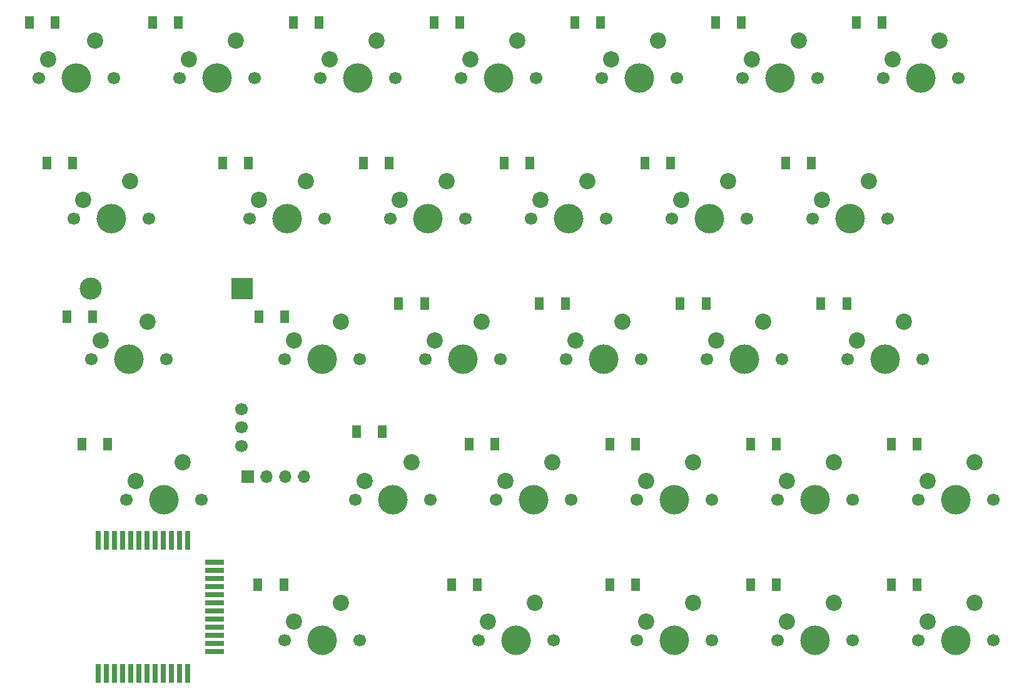
<source format=gbs>
G04 #@! TF.FileFunction,Soldermask,Bot*
%FSLAX46Y46*%
G04 Gerber Fmt 4.6, Leading zero omitted, Abs format (unit mm)*
G04 Created by KiCad (PCBNEW 4.0.7) date Monday, 23 April 2018 'AMt' 04:38:12*
%MOMM*%
%LPD*%
G01*
G04 APERTURE LIST*
%ADD10C,0.100000*%
%ADD11C,2.200000*%
%ADD12C,4.000000*%
%ADD13C,1.700000*%
%ADD14R,1.300000X1.700000*%
%ADD15R,1.700000X1.700000*%
%ADD16O,1.700000X1.700000*%
%ADD17R,2.500000X0.800000*%
%ADD18R,0.800000X2.500000*%
%ADD19C,3.000000*%
%ADD20R,3.000000X3.000000*%
G04 APERTURE END LIST*
D10*
D11*
X147637500Y-21431250D03*
X141287500Y-23971250D03*
D12*
X145097500Y-26511250D03*
D13*
X140017500Y-26511250D03*
X150177500Y-26511250D03*
D11*
X45243750Y-78581250D03*
X38893750Y-81121250D03*
D12*
X42703750Y-83661250D03*
D13*
X37623750Y-83661250D03*
X47783750Y-83661250D03*
D11*
X66675000Y-59531250D03*
X60325000Y-62071250D03*
D12*
X64135000Y-64611250D03*
D13*
X59055000Y-64611250D03*
X69215000Y-64611250D03*
D11*
X38100000Y-40481250D03*
X31750000Y-43021250D03*
D12*
X35560000Y-45561250D03*
D13*
X30480000Y-45561250D03*
X40640000Y-45561250D03*
D11*
X66675000Y-97631250D03*
X60325000Y-100171250D03*
D12*
X64135000Y-102711250D03*
D13*
X59055000Y-102711250D03*
X69215000Y-102711250D03*
D14*
X24443750Y-19050000D03*
X27943750Y-19050000D03*
X26825000Y-38100000D03*
X30325000Y-38100000D03*
X29550000Y-58900000D03*
X33050000Y-58900000D03*
X31587500Y-76200000D03*
X35087500Y-76200000D03*
X41112500Y-19050000D03*
X44612500Y-19050000D03*
X50637500Y-38100000D03*
X54137500Y-38100000D03*
X55550000Y-58900000D03*
X59050000Y-58900000D03*
X68750000Y-74500000D03*
X72250000Y-74500000D03*
X55400000Y-95250000D03*
X58900000Y-95250000D03*
X60162500Y-19050000D03*
X63662500Y-19050000D03*
X69687500Y-38100000D03*
X73187500Y-38100000D03*
X74450000Y-57150000D03*
X77950000Y-57150000D03*
X83975000Y-76200000D03*
X87475000Y-76200000D03*
X81593750Y-95250000D03*
X85093750Y-95250000D03*
X79212500Y-19050000D03*
X82712500Y-19050000D03*
X88737500Y-38100000D03*
X92237500Y-38100000D03*
X93500000Y-57150000D03*
X97000000Y-57150000D03*
X103025000Y-76200000D03*
X106525000Y-76200000D03*
X103025000Y-95250000D03*
X106525000Y-95250000D03*
X98262500Y-19050000D03*
X101762500Y-19050000D03*
X107787500Y-38100000D03*
X111287500Y-38100000D03*
X112550000Y-57150000D03*
X116050000Y-57150000D03*
X122075000Y-76200000D03*
X125575000Y-76200000D03*
X122075000Y-95250000D03*
X125575000Y-95250000D03*
X117312500Y-19050000D03*
X120812500Y-19050000D03*
X126837500Y-38100000D03*
X130337500Y-38100000D03*
X131600000Y-57150000D03*
X135100000Y-57150000D03*
X141125000Y-76200000D03*
X144625000Y-76200000D03*
X136362500Y-19050000D03*
X139862500Y-19050000D03*
D15*
X54000000Y-80600000D03*
D16*
X56540000Y-80600000D03*
X59080000Y-80600000D03*
X61620000Y-80600000D03*
D11*
X33337500Y-21431250D03*
X26987500Y-23971250D03*
D12*
X30797500Y-26511250D03*
D13*
X25717500Y-26511250D03*
X35877500Y-26511250D03*
D11*
X40481250Y-59531250D03*
X34131250Y-62071250D03*
D12*
X37941250Y-64611250D03*
D13*
X32861250Y-64611250D03*
X43021250Y-64611250D03*
D11*
X52387500Y-21431250D03*
X46037500Y-23971250D03*
D12*
X49847500Y-26511250D03*
D13*
X44767500Y-26511250D03*
X54927500Y-26511250D03*
D11*
X61912500Y-40481250D03*
X55562500Y-43021250D03*
D12*
X59372500Y-45561250D03*
D13*
X54292500Y-45561250D03*
X64452500Y-45561250D03*
D11*
X76200000Y-78581250D03*
X69850000Y-81121250D03*
D12*
X73660000Y-83661250D03*
D13*
X68580000Y-83661250D03*
X78740000Y-83661250D03*
D11*
X71437500Y-21431250D03*
X65087500Y-23971250D03*
D12*
X68897500Y-26511250D03*
D13*
X63817500Y-26511250D03*
X73977500Y-26511250D03*
D11*
X80962500Y-40481250D03*
X74612500Y-43021250D03*
D12*
X78422500Y-45561250D03*
D13*
X73342500Y-45561250D03*
X83502500Y-45561250D03*
D11*
X85725000Y-59531250D03*
X79375000Y-62071250D03*
D12*
X83185000Y-64611250D03*
D13*
X78105000Y-64611250D03*
X88265000Y-64611250D03*
D11*
X95250000Y-78581250D03*
X88900000Y-81121250D03*
D12*
X92710000Y-83661250D03*
D13*
X87630000Y-83661250D03*
X97790000Y-83661250D03*
D11*
X92868750Y-97631250D03*
X86518750Y-100171250D03*
D12*
X90328750Y-102711250D03*
D13*
X85248750Y-102711250D03*
X95408750Y-102711250D03*
D11*
X90487500Y-21431250D03*
X84137500Y-23971250D03*
D12*
X87947500Y-26511250D03*
D13*
X82867500Y-26511250D03*
X93027500Y-26511250D03*
D11*
X100012500Y-40481250D03*
X93662500Y-43021250D03*
D12*
X97472500Y-45561250D03*
D13*
X92392500Y-45561250D03*
X102552500Y-45561250D03*
D11*
X104775000Y-59531250D03*
X98425000Y-62071250D03*
D12*
X102235000Y-64611250D03*
D13*
X97155000Y-64611250D03*
X107315000Y-64611250D03*
D11*
X114300000Y-78581250D03*
X107950000Y-81121250D03*
D12*
X111760000Y-83661250D03*
D13*
X106680000Y-83661250D03*
X116840000Y-83661250D03*
D11*
X114300000Y-97631250D03*
X107950000Y-100171250D03*
D12*
X111760000Y-102711250D03*
D13*
X106680000Y-102711250D03*
X116840000Y-102711250D03*
D11*
X109537500Y-21431250D03*
X103187500Y-23971250D03*
D12*
X106997500Y-26511250D03*
D13*
X101917500Y-26511250D03*
X112077500Y-26511250D03*
D11*
X119062500Y-40481250D03*
X112712500Y-43021250D03*
D12*
X116522500Y-45561250D03*
D13*
X111442500Y-45561250D03*
X121602500Y-45561250D03*
D11*
X123825000Y-59531250D03*
X117475000Y-62071250D03*
D12*
X121285000Y-64611250D03*
D13*
X116205000Y-64611250D03*
X126365000Y-64611250D03*
D11*
X133350000Y-78581250D03*
X127000000Y-81121250D03*
D12*
X130810000Y-83661250D03*
D13*
X125730000Y-83661250D03*
X135890000Y-83661250D03*
D11*
X133350000Y-97631250D03*
X127000000Y-100171250D03*
D12*
X130810000Y-102711250D03*
D13*
X125730000Y-102711250D03*
X135890000Y-102711250D03*
D11*
X128587500Y-21431250D03*
X122237500Y-23971250D03*
D12*
X126047500Y-26511250D03*
D13*
X120967500Y-26511250D03*
X131127500Y-26511250D03*
D11*
X138112500Y-40481250D03*
X131762500Y-43021250D03*
D12*
X135572500Y-45561250D03*
D13*
X130492500Y-45561250D03*
X140652500Y-45561250D03*
D11*
X142875000Y-59531250D03*
X136525000Y-62071250D03*
D12*
X140335000Y-64611250D03*
D13*
X135255000Y-64611250D03*
X145415000Y-64611250D03*
D11*
X152400000Y-78581250D03*
X146050000Y-81121250D03*
D12*
X149860000Y-83661250D03*
D13*
X144780000Y-83661250D03*
X154940000Y-83661250D03*
D17*
X49500000Y-92150000D03*
X49500000Y-93250000D03*
X49500000Y-94350000D03*
X49500000Y-95450000D03*
X49500000Y-96550000D03*
X49500000Y-97650000D03*
X49500000Y-98750000D03*
X49500000Y-99850000D03*
X49500000Y-100950000D03*
X49500000Y-102050000D03*
X49500000Y-103150000D03*
X49500000Y-104250000D03*
D18*
X33800000Y-89200000D03*
X34900000Y-89200000D03*
X36000000Y-89200000D03*
X37100000Y-89200000D03*
X38200000Y-89200000D03*
X39300000Y-89200000D03*
X40400000Y-89200000D03*
X41500000Y-89200000D03*
X42600000Y-89200000D03*
X43700000Y-89200000D03*
X44800000Y-89200000D03*
X45900000Y-89200000D03*
X45900000Y-107200000D03*
X44800000Y-107200000D03*
X43700000Y-107200000D03*
X42600000Y-107200000D03*
X41500000Y-107200000D03*
X40400000Y-107200000D03*
X39300000Y-107200000D03*
X38200000Y-107200000D03*
X37100000Y-107200000D03*
X36000000Y-107200000D03*
X34900000Y-107200000D03*
X33800000Y-107200000D03*
D14*
X141125000Y-95250000D03*
X144625000Y-95250000D03*
D11*
X152400000Y-97631250D03*
X146050000Y-100171250D03*
D12*
X149860000Y-102711250D03*
D13*
X144780000Y-102711250D03*
X154940000Y-102711250D03*
D19*
X32810000Y-55100000D03*
D20*
X53300000Y-55100000D03*
D13*
X53200000Y-76400000D03*
X53200000Y-73900000D03*
X53200000Y-71400000D03*
M02*

</source>
